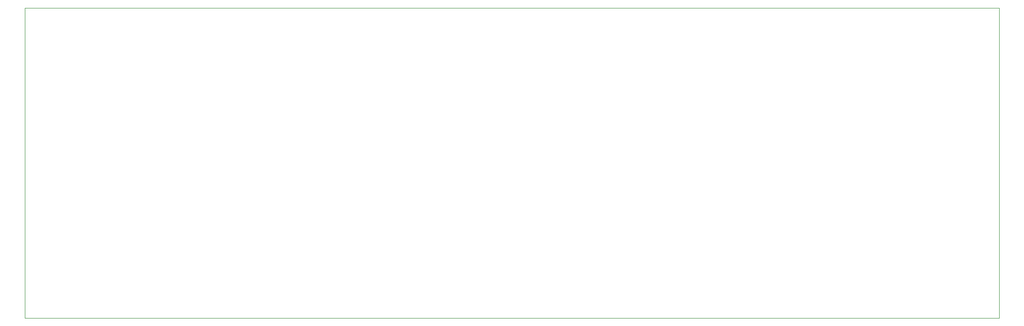
<source format=gbr>
%TF.GenerationSoftware,KiCad,Pcbnew,(6.0.8)*%
%TF.CreationDate,2022-12-29T22:24:49+02:00*%
%TF.ProjectId,mahjong_control_panel_small_with_service,6d61686a-6f6e-4675-9f63-6f6e74726f6c,rev?*%
%TF.SameCoordinates,Original*%
%TF.FileFunction,Profile,NP*%
%FSLAX46Y46*%
G04 Gerber Fmt 4.6, Leading zero omitted, Abs format (unit mm)*
G04 Created by KiCad (PCBNEW (6.0.8)) date 2022-12-29 22:24:49*
%MOMM*%
%LPD*%
G01*
G04 APERTURE LIST*
%TA.AperFunction,Profile*%
%ADD10C,0.100000*%
%TD*%
G04 APERTURE END LIST*
D10*
X20000000Y-22000000D02*
X196000000Y-22000000D01*
X196000000Y-22000000D02*
X196000000Y-78000000D01*
X196000000Y-78000000D02*
X20000000Y-78000000D01*
X20000000Y-78000000D02*
X20000000Y-22000000D01*
M02*

</source>
